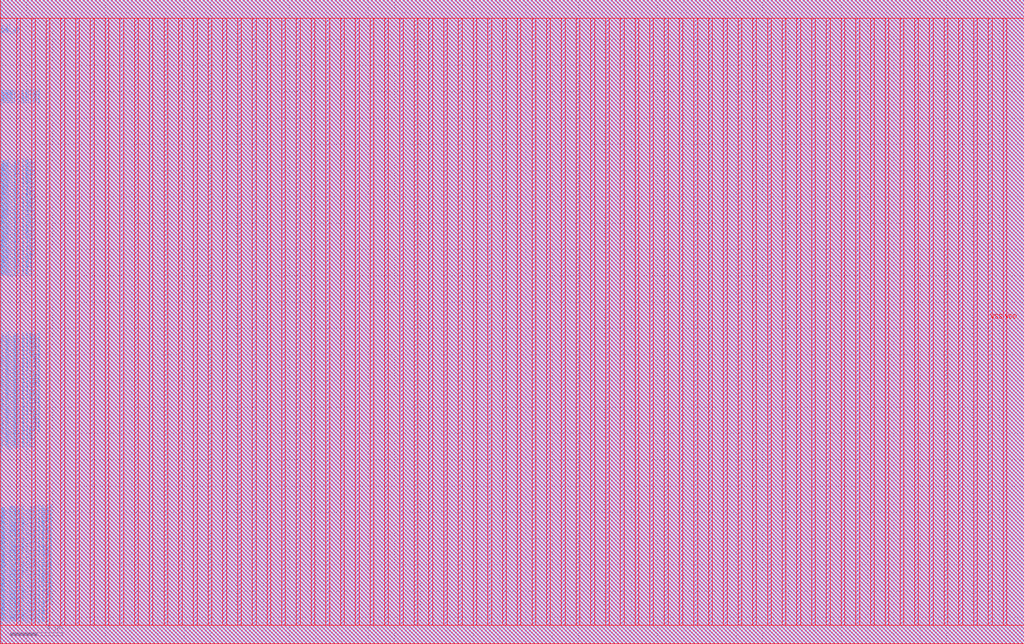
<source format=lef>
VERSION 5.7 ;
BUSBITCHARS "[]" ;
MACRO fakeram45_64x62
  FOREIGN fakeram45_64x62 0 0 ;
  SYMMETRY X Y R90 ;
  SIZE 77.900 BY 49.000 ;
  CLASS BLOCK ;
  PIN w_mask_in[0]
    DIRECTION INPUT ;
    USE SIGNAL ;
    SHAPE ABUTMENT ;
    PORT
      LAYER metal3 ;
      RECT 0.000 1.400 0.070 1.470 ;
    END
  END w_mask_in[0]
  PIN w_mask_in[1]
    DIRECTION INPUT ;
    USE SIGNAL ;
    SHAPE ABUTMENT ;
    PORT
      LAYER metal3 ;
      RECT 0.000 1.540 0.070 1.610 ;
    END
  END w_mask_in[1]
  PIN w_mask_in[2]
    DIRECTION INPUT ;
    USE SIGNAL ;
    SHAPE ABUTMENT ;
    PORT
      LAYER metal3 ;
      RECT 0.000 1.680 0.070 1.750 ;
    END
  END w_mask_in[2]
  PIN w_mask_in[3]
    DIRECTION INPUT ;
    USE SIGNAL ;
    SHAPE ABUTMENT ;
    PORT
      LAYER metal3 ;
      RECT 0.000 1.820 0.070 1.890 ;
    END
  END w_mask_in[3]
  PIN w_mask_in[4]
    DIRECTION INPUT ;
    USE SIGNAL ;
    SHAPE ABUTMENT ;
    PORT
      LAYER metal3 ;
      RECT 0.000 1.960 0.070 2.030 ;
    END
  END w_mask_in[4]
  PIN w_mask_in[5]
    DIRECTION INPUT ;
    USE SIGNAL ;
    SHAPE ABUTMENT ;
    PORT
      LAYER metal3 ;
      RECT 0.000 2.100 0.070 2.170 ;
    END
  END w_mask_in[5]
  PIN w_mask_in[6]
    DIRECTION INPUT ;
    USE SIGNAL ;
    SHAPE ABUTMENT ;
    PORT
      LAYER metal3 ;
      RECT 0.000 2.240 0.070 2.310 ;
    END
  END w_mask_in[6]
  PIN w_mask_in[7]
    DIRECTION INPUT ;
    USE SIGNAL ;
    SHAPE ABUTMENT ;
    PORT
      LAYER metal3 ;
      RECT 0.000 2.380 0.070 2.450 ;
    END
  END w_mask_in[7]
  PIN w_mask_in[8]
    DIRECTION INPUT ;
    USE SIGNAL ;
    SHAPE ABUTMENT ;
    PORT
      LAYER metal3 ;
      RECT 0.000 2.520 0.070 2.590 ;
    END
  END w_mask_in[8]
  PIN w_mask_in[9]
    DIRECTION INPUT ;
    USE SIGNAL ;
    SHAPE ABUTMENT ;
    PORT
      LAYER metal3 ;
      RECT 0.000 2.660 0.070 2.730 ;
    END
  END w_mask_in[9]
  PIN w_mask_in[10]
    DIRECTION INPUT ;
    USE SIGNAL ;
    SHAPE ABUTMENT ;
    PORT
      LAYER metal3 ;
      RECT 0.000 2.800 0.070 2.870 ;
    END
  END w_mask_in[10]
  PIN w_mask_in[11]
    DIRECTION INPUT ;
    USE SIGNAL ;
    SHAPE ABUTMENT ;
    PORT
      LAYER metal3 ;
      RECT 0.000 2.940 0.070 3.010 ;
    END
  END w_mask_in[11]
  PIN w_mask_in[12]
    DIRECTION INPUT ;
    USE SIGNAL ;
    SHAPE ABUTMENT ;
    PORT
      LAYER metal3 ;
      RECT 0.000 3.080 0.070 3.150 ;
    END
  END w_mask_in[12]
  PIN w_mask_in[13]
    DIRECTION INPUT ;
    USE SIGNAL ;
    SHAPE ABUTMENT ;
    PORT
      LAYER metal3 ;
      RECT 0.000 3.220 0.070 3.290 ;
    END
  END w_mask_in[13]
  PIN w_mask_in[14]
    DIRECTION INPUT ;
    USE SIGNAL ;
    SHAPE ABUTMENT ;
    PORT
      LAYER metal3 ;
      RECT 0.000 3.360 0.070 3.430 ;
    END
  END w_mask_in[14]
  PIN w_mask_in[15]
    DIRECTION INPUT ;
    USE SIGNAL ;
    SHAPE ABUTMENT ;
    PORT
      LAYER metal3 ;
      RECT 0.000 3.500 0.070 3.570 ;
    END
  END w_mask_in[15]
  PIN w_mask_in[16]
    DIRECTION INPUT ;
    USE SIGNAL ;
    SHAPE ABUTMENT ;
    PORT
      LAYER metal3 ;
      RECT 0.000 3.640 0.070 3.710 ;
    END
  END w_mask_in[16]
  PIN w_mask_in[17]
    DIRECTION INPUT ;
    USE SIGNAL ;
    SHAPE ABUTMENT ;
    PORT
      LAYER metal3 ;
      RECT 0.000 3.780 0.070 3.850 ;
    END
  END w_mask_in[17]
  PIN w_mask_in[18]
    DIRECTION INPUT ;
    USE SIGNAL ;
    SHAPE ABUTMENT ;
    PORT
      LAYER metal3 ;
      RECT 0.000 3.920 0.070 3.990 ;
    END
  END w_mask_in[18]
  PIN w_mask_in[19]
    DIRECTION INPUT ;
    USE SIGNAL ;
    SHAPE ABUTMENT ;
    PORT
      LAYER metal3 ;
      RECT 0.000 4.060 0.070 4.130 ;
    END
  END w_mask_in[19]
  PIN w_mask_in[20]
    DIRECTION INPUT ;
    USE SIGNAL ;
    SHAPE ABUTMENT ;
    PORT
      LAYER metal3 ;
      RECT 0.000 4.200 0.070 4.270 ;
    END
  END w_mask_in[20]
  PIN w_mask_in[21]
    DIRECTION INPUT ;
    USE SIGNAL ;
    SHAPE ABUTMENT ;
    PORT
      LAYER metal3 ;
      RECT 0.000 4.340 0.070 4.410 ;
    END
  END w_mask_in[21]
  PIN w_mask_in[22]
    DIRECTION INPUT ;
    USE SIGNAL ;
    SHAPE ABUTMENT ;
    PORT
      LAYER metal3 ;
      RECT 0.000 4.480 0.070 4.550 ;
    END
  END w_mask_in[22]
  PIN w_mask_in[23]
    DIRECTION INPUT ;
    USE SIGNAL ;
    SHAPE ABUTMENT ;
    PORT
      LAYER metal3 ;
      RECT 0.000 4.620 0.070 4.690 ;
    END
  END w_mask_in[23]
  PIN w_mask_in[24]
    DIRECTION INPUT ;
    USE SIGNAL ;
    SHAPE ABUTMENT ;
    PORT
      LAYER metal3 ;
      RECT 0.000 4.760 0.070 4.830 ;
    END
  END w_mask_in[24]
  PIN w_mask_in[25]
    DIRECTION INPUT ;
    USE SIGNAL ;
    SHAPE ABUTMENT ;
    PORT
      LAYER metal3 ;
      RECT 0.000 4.900 0.070 4.970 ;
    END
  END w_mask_in[25]
  PIN w_mask_in[26]
    DIRECTION INPUT ;
    USE SIGNAL ;
    SHAPE ABUTMENT ;
    PORT
      LAYER metal3 ;
      RECT 0.000 5.040 0.070 5.110 ;
    END
  END w_mask_in[26]
  PIN w_mask_in[27]
    DIRECTION INPUT ;
    USE SIGNAL ;
    SHAPE ABUTMENT ;
    PORT
      LAYER metal3 ;
      RECT 0.000 5.180 0.070 5.250 ;
    END
  END w_mask_in[27]
  PIN w_mask_in[28]
    DIRECTION INPUT ;
    USE SIGNAL ;
    SHAPE ABUTMENT ;
    PORT
      LAYER metal3 ;
      RECT 0.000 5.320 0.070 5.390 ;
    END
  END w_mask_in[28]
  PIN w_mask_in[29]
    DIRECTION INPUT ;
    USE SIGNAL ;
    SHAPE ABUTMENT ;
    PORT
      LAYER metal3 ;
      RECT 0.000 5.460 0.070 5.530 ;
    END
  END w_mask_in[29]
  PIN w_mask_in[30]
    DIRECTION INPUT ;
    USE SIGNAL ;
    SHAPE ABUTMENT ;
    PORT
      LAYER metal3 ;
      RECT 0.000 5.600 0.070 5.670 ;
    END
  END w_mask_in[30]
  PIN w_mask_in[31]
    DIRECTION INPUT ;
    USE SIGNAL ;
    SHAPE ABUTMENT ;
    PORT
      LAYER metal3 ;
      RECT 0.000 5.740 0.070 5.810 ;
    END
  END w_mask_in[31]
  PIN w_mask_in[32]
    DIRECTION INPUT ;
    USE SIGNAL ;
    SHAPE ABUTMENT ;
    PORT
      LAYER metal3 ;
      RECT 0.000 5.880 0.070 5.950 ;
    END
  END w_mask_in[32]
  PIN w_mask_in[33]
    DIRECTION INPUT ;
    USE SIGNAL ;
    SHAPE ABUTMENT ;
    PORT
      LAYER metal3 ;
      RECT 0.000 6.020 0.070 6.090 ;
    END
  END w_mask_in[33]
  PIN w_mask_in[34]
    DIRECTION INPUT ;
    USE SIGNAL ;
    SHAPE ABUTMENT ;
    PORT
      LAYER metal3 ;
      RECT 0.000 6.160 0.070 6.230 ;
    END
  END w_mask_in[34]
  PIN w_mask_in[35]
    DIRECTION INPUT ;
    USE SIGNAL ;
    SHAPE ABUTMENT ;
    PORT
      LAYER metal3 ;
      RECT 0.000 6.300 0.070 6.370 ;
    END
  END w_mask_in[35]
  PIN w_mask_in[36]
    DIRECTION INPUT ;
    USE SIGNAL ;
    SHAPE ABUTMENT ;
    PORT
      LAYER metal3 ;
      RECT 0.000 6.440 0.070 6.510 ;
    END
  END w_mask_in[36]
  PIN w_mask_in[37]
    DIRECTION INPUT ;
    USE SIGNAL ;
    SHAPE ABUTMENT ;
    PORT
      LAYER metal3 ;
      RECT 0.000 6.580 0.070 6.650 ;
    END
  END w_mask_in[37]
  PIN w_mask_in[38]
    DIRECTION INPUT ;
    USE SIGNAL ;
    SHAPE ABUTMENT ;
    PORT
      LAYER metal3 ;
      RECT 0.000 6.720 0.070 6.790 ;
    END
  END w_mask_in[38]
  PIN w_mask_in[39]
    DIRECTION INPUT ;
    USE SIGNAL ;
    SHAPE ABUTMENT ;
    PORT
      LAYER metal3 ;
      RECT 0.000 6.860 0.070 6.930 ;
    END
  END w_mask_in[39]
  PIN w_mask_in[40]
    DIRECTION INPUT ;
    USE SIGNAL ;
    SHAPE ABUTMENT ;
    PORT
      LAYER metal3 ;
      RECT 0.000 7.000 0.070 7.070 ;
    END
  END w_mask_in[40]
  PIN w_mask_in[41]
    DIRECTION INPUT ;
    USE SIGNAL ;
    SHAPE ABUTMENT ;
    PORT
      LAYER metal3 ;
      RECT 0.000 7.140 0.070 7.210 ;
    END
  END w_mask_in[41]
  PIN w_mask_in[42]
    DIRECTION INPUT ;
    USE SIGNAL ;
    SHAPE ABUTMENT ;
    PORT
      LAYER metal3 ;
      RECT 0.000 7.280 0.070 7.350 ;
    END
  END w_mask_in[42]
  PIN w_mask_in[43]
    DIRECTION INPUT ;
    USE SIGNAL ;
    SHAPE ABUTMENT ;
    PORT
      LAYER metal3 ;
      RECT 0.000 7.420 0.070 7.490 ;
    END
  END w_mask_in[43]
  PIN w_mask_in[44]
    DIRECTION INPUT ;
    USE SIGNAL ;
    SHAPE ABUTMENT ;
    PORT
      LAYER metal3 ;
      RECT 0.000 7.560 0.070 7.630 ;
    END
  END w_mask_in[44]
  PIN w_mask_in[45]
    DIRECTION INPUT ;
    USE SIGNAL ;
    SHAPE ABUTMENT ;
    PORT
      LAYER metal3 ;
      RECT 0.000 7.700 0.070 7.770 ;
    END
  END w_mask_in[45]
  PIN w_mask_in[46]
    DIRECTION INPUT ;
    USE SIGNAL ;
    SHAPE ABUTMENT ;
    PORT
      LAYER metal3 ;
      RECT 0.000 7.840 0.070 7.910 ;
    END
  END w_mask_in[46]
  PIN w_mask_in[47]
    DIRECTION INPUT ;
    USE SIGNAL ;
    SHAPE ABUTMENT ;
    PORT
      LAYER metal3 ;
      RECT 0.000 7.980 0.070 8.050 ;
    END
  END w_mask_in[47]
  PIN w_mask_in[48]
    DIRECTION INPUT ;
    USE SIGNAL ;
    SHAPE ABUTMENT ;
    PORT
      LAYER metal3 ;
      RECT 0.000 8.120 0.070 8.190 ;
    END
  END w_mask_in[48]
  PIN w_mask_in[49]
    DIRECTION INPUT ;
    USE SIGNAL ;
    SHAPE ABUTMENT ;
    PORT
      LAYER metal3 ;
      RECT 0.000 8.260 0.070 8.330 ;
    END
  END w_mask_in[49]
  PIN w_mask_in[50]
    DIRECTION INPUT ;
    USE SIGNAL ;
    SHAPE ABUTMENT ;
    PORT
      LAYER metal3 ;
      RECT 0.000 8.400 0.070 8.470 ;
    END
  END w_mask_in[50]
  PIN w_mask_in[51]
    DIRECTION INPUT ;
    USE SIGNAL ;
    SHAPE ABUTMENT ;
    PORT
      LAYER metal3 ;
      RECT 0.000 8.540 0.070 8.610 ;
    END
  END w_mask_in[51]
  PIN w_mask_in[52]
    DIRECTION INPUT ;
    USE SIGNAL ;
    SHAPE ABUTMENT ;
    PORT
      LAYER metal3 ;
      RECT 0.000 8.680 0.070 8.750 ;
    END
  END w_mask_in[52]
  PIN w_mask_in[53]
    DIRECTION INPUT ;
    USE SIGNAL ;
    SHAPE ABUTMENT ;
    PORT
      LAYER metal3 ;
      RECT 0.000 8.820 0.070 8.890 ;
    END
  END w_mask_in[53]
  PIN w_mask_in[54]
    DIRECTION INPUT ;
    USE SIGNAL ;
    SHAPE ABUTMENT ;
    PORT
      LAYER metal3 ;
      RECT 0.000 8.960 0.070 9.030 ;
    END
  END w_mask_in[54]
  PIN w_mask_in[55]
    DIRECTION INPUT ;
    USE SIGNAL ;
    SHAPE ABUTMENT ;
    PORT
      LAYER metal3 ;
      RECT 0.000 9.100 0.070 9.170 ;
    END
  END w_mask_in[55]
  PIN w_mask_in[56]
    DIRECTION INPUT ;
    USE SIGNAL ;
    SHAPE ABUTMENT ;
    PORT
      LAYER metal3 ;
      RECT 0.000 9.240 0.070 9.310 ;
    END
  END w_mask_in[56]
  PIN w_mask_in[57]
    DIRECTION INPUT ;
    USE SIGNAL ;
    SHAPE ABUTMENT ;
    PORT
      LAYER metal3 ;
      RECT 0.000 9.380 0.070 9.450 ;
    END
  END w_mask_in[57]
  PIN w_mask_in[58]
    DIRECTION INPUT ;
    USE SIGNAL ;
    SHAPE ABUTMENT ;
    PORT
      LAYER metal3 ;
      RECT 0.000 9.520 0.070 9.590 ;
    END
  END w_mask_in[58]
  PIN w_mask_in[59]
    DIRECTION INPUT ;
    USE SIGNAL ;
    SHAPE ABUTMENT ;
    PORT
      LAYER metal3 ;
      RECT 0.000 9.660 0.070 9.730 ;
    END
  END w_mask_in[59]
  PIN w_mask_in[60]
    DIRECTION INPUT ;
    USE SIGNAL ;
    SHAPE ABUTMENT ;
    PORT
      LAYER metal3 ;
      RECT 0.000 9.800 0.070 9.870 ;
    END
  END w_mask_in[60]
  PIN w_mask_in[61]
    DIRECTION INPUT ;
    USE SIGNAL ;
    SHAPE ABUTMENT ;
    PORT
      LAYER metal3 ;
      RECT 0.000 9.940 0.070 10.010 ;
    END
  END w_mask_in[61]
  PIN rd_out[0]
    DIRECTION OUTPUT ;
    USE SIGNAL ;
    SHAPE ABUTMENT ;
    PORT
      LAYER metal3 ;
      RECT 0.000 14.560 0.070 14.630 ;
    END
  END rd_out[0]
  PIN rd_out[1]
    DIRECTION OUTPUT ;
    USE SIGNAL ;
    SHAPE ABUTMENT ;
    PORT
      LAYER metal3 ;
      RECT 0.000 14.700 0.070 14.770 ;
    END
  END rd_out[1]
  PIN rd_out[2]
    DIRECTION OUTPUT ;
    USE SIGNAL ;
    SHAPE ABUTMENT ;
    PORT
      LAYER metal3 ;
      RECT 0.000 14.840 0.070 14.910 ;
    END
  END rd_out[2]
  PIN rd_out[3]
    DIRECTION OUTPUT ;
    USE SIGNAL ;
    SHAPE ABUTMENT ;
    PORT
      LAYER metal3 ;
      RECT 0.000 14.980 0.070 15.050 ;
    END
  END rd_out[3]
  PIN rd_out[4]
    DIRECTION OUTPUT ;
    USE SIGNAL ;
    SHAPE ABUTMENT ;
    PORT
      LAYER metal3 ;
      RECT 0.000 15.120 0.070 15.190 ;
    END
  END rd_out[4]
  PIN rd_out[5]
    DIRECTION OUTPUT ;
    USE SIGNAL ;
    SHAPE ABUTMENT ;
    PORT
      LAYER metal3 ;
      RECT 0.000 15.260 0.070 15.330 ;
    END
  END rd_out[5]
  PIN rd_out[6]
    DIRECTION OUTPUT ;
    USE SIGNAL ;
    SHAPE ABUTMENT ;
    PORT
      LAYER metal3 ;
      RECT 0.000 15.400 0.070 15.470 ;
    END
  END rd_out[6]
  PIN rd_out[7]
    DIRECTION OUTPUT ;
    USE SIGNAL ;
    SHAPE ABUTMENT ;
    PORT
      LAYER metal3 ;
      RECT 0.000 15.540 0.070 15.610 ;
    END
  END rd_out[7]
  PIN rd_out[8]
    DIRECTION OUTPUT ;
    USE SIGNAL ;
    SHAPE ABUTMENT ;
    PORT
      LAYER metal3 ;
      RECT 0.000 15.680 0.070 15.750 ;
    END
  END rd_out[8]
  PIN rd_out[9]
    DIRECTION OUTPUT ;
    USE SIGNAL ;
    SHAPE ABUTMENT ;
    PORT
      LAYER metal3 ;
      RECT 0.000 15.820 0.070 15.890 ;
    END
  END rd_out[9]
  PIN rd_out[10]
    DIRECTION OUTPUT ;
    USE SIGNAL ;
    SHAPE ABUTMENT ;
    PORT
      LAYER metal3 ;
      RECT 0.000 15.960 0.070 16.030 ;
    END
  END rd_out[10]
  PIN rd_out[11]
    DIRECTION OUTPUT ;
    USE SIGNAL ;
    SHAPE ABUTMENT ;
    PORT
      LAYER metal3 ;
      RECT 0.000 16.100 0.070 16.170 ;
    END
  END rd_out[11]
  PIN rd_out[12]
    DIRECTION OUTPUT ;
    USE SIGNAL ;
    SHAPE ABUTMENT ;
    PORT
      LAYER metal3 ;
      RECT 0.000 16.240 0.070 16.310 ;
    END
  END rd_out[12]
  PIN rd_out[13]
    DIRECTION OUTPUT ;
    USE SIGNAL ;
    SHAPE ABUTMENT ;
    PORT
      LAYER metal3 ;
      RECT 0.000 16.380 0.070 16.450 ;
    END
  END rd_out[13]
  PIN rd_out[14]
    DIRECTION OUTPUT ;
    USE SIGNAL ;
    SHAPE ABUTMENT ;
    PORT
      LAYER metal3 ;
      RECT 0.000 16.520 0.070 16.590 ;
    END
  END rd_out[14]
  PIN rd_out[15]
    DIRECTION OUTPUT ;
    USE SIGNAL ;
    SHAPE ABUTMENT ;
    PORT
      LAYER metal3 ;
      RECT 0.000 16.660 0.070 16.730 ;
    END
  END rd_out[15]
  PIN rd_out[16]
    DIRECTION OUTPUT ;
    USE SIGNAL ;
    SHAPE ABUTMENT ;
    PORT
      LAYER metal3 ;
      RECT 0.000 16.800 0.070 16.870 ;
    END
  END rd_out[16]
  PIN rd_out[17]
    DIRECTION OUTPUT ;
    USE SIGNAL ;
    SHAPE ABUTMENT ;
    PORT
      LAYER metal3 ;
      RECT 0.000 16.940 0.070 17.010 ;
    END
  END rd_out[17]
  PIN rd_out[18]
    DIRECTION OUTPUT ;
    USE SIGNAL ;
    SHAPE ABUTMENT ;
    PORT
      LAYER metal3 ;
      RECT 0.000 17.080 0.070 17.150 ;
    END
  END rd_out[18]
  PIN rd_out[19]
    DIRECTION OUTPUT ;
    USE SIGNAL ;
    SHAPE ABUTMENT ;
    PORT
      LAYER metal3 ;
      RECT 0.000 17.220 0.070 17.290 ;
    END
  END rd_out[19]
  PIN rd_out[20]
    DIRECTION OUTPUT ;
    USE SIGNAL ;
    SHAPE ABUTMENT ;
    PORT
      LAYER metal3 ;
      RECT 0.000 17.360 0.070 17.430 ;
    END
  END rd_out[20]
  PIN rd_out[21]
    DIRECTION OUTPUT ;
    USE SIGNAL ;
    SHAPE ABUTMENT ;
    PORT
      LAYER metal3 ;
      RECT 0.000 17.500 0.070 17.570 ;
    END
  END rd_out[21]
  PIN rd_out[22]
    DIRECTION OUTPUT ;
    USE SIGNAL ;
    SHAPE ABUTMENT ;
    PORT
      LAYER metal3 ;
      RECT 0.000 17.640 0.070 17.710 ;
    END
  END rd_out[22]
  PIN rd_out[23]
    DIRECTION OUTPUT ;
    USE SIGNAL ;
    SHAPE ABUTMENT ;
    PORT
      LAYER metal3 ;
      RECT 0.000 17.780 0.070 17.850 ;
    END
  END rd_out[23]
  PIN rd_out[24]
    DIRECTION OUTPUT ;
    USE SIGNAL ;
    SHAPE ABUTMENT ;
    PORT
      LAYER metal3 ;
      RECT 0.000 17.920 0.070 17.990 ;
    END
  END rd_out[24]
  PIN rd_out[25]
    DIRECTION OUTPUT ;
    USE SIGNAL ;
    SHAPE ABUTMENT ;
    PORT
      LAYER metal3 ;
      RECT 0.000 18.060 0.070 18.130 ;
    END
  END rd_out[25]
  PIN rd_out[26]
    DIRECTION OUTPUT ;
    USE SIGNAL ;
    SHAPE ABUTMENT ;
    PORT
      LAYER metal3 ;
      RECT 0.000 18.200 0.070 18.270 ;
    END
  END rd_out[26]
  PIN rd_out[27]
    DIRECTION OUTPUT ;
    USE SIGNAL ;
    SHAPE ABUTMENT ;
    PORT
      LAYER metal3 ;
      RECT 0.000 18.340 0.070 18.410 ;
    END
  END rd_out[27]
  PIN rd_out[28]
    DIRECTION OUTPUT ;
    USE SIGNAL ;
    SHAPE ABUTMENT ;
    PORT
      LAYER metal3 ;
      RECT 0.000 18.480 0.070 18.550 ;
    END
  END rd_out[28]
  PIN rd_out[29]
    DIRECTION OUTPUT ;
    USE SIGNAL ;
    SHAPE ABUTMENT ;
    PORT
      LAYER metal3 ;
      RECT 0.000 18.620 0.070 18.690 ;
    END
  END rd_out[29]
  PIN rd_out[30]
    DIRECTION OUTPUT ;
    USE SIGNAL ;
    SHAPE ABUTMENT ;
    PORT
      LAYER metal3 ;
      RECT 0.000 18.760 0.070 18.830 ;
    END
  END rd_out[30]
  PIN rd_out[31]
    DIRECTION OUTPUT ;
    USE SIGNAL ;
    SHAPE ABUTMENT ;
    PORT
      LAYER metal3 ;
      RECT 0.000 18.900 0.070 18.970 ;
    END
  END rd_out[31]
  PIN rd_out[32]
    DIRECTION OUTPUT ;
    USE SIGNAL ;
    SHAPE ABUTMENT ;
    PORT
      LAYER metal3 ;
      RECT 0.000 19.040 0.070 19.110 ;
    END
  END rd_out[32]
  PIN rd_out[33]
    DIRECTION OUTPUT ;
    USE SIGNAL ;
    SHAPE ABUTMENT ;
    PORT
      LAYER metal3 ;
      RECT 0.000 19.180 0.070 19.250 ;
    END
  END rd_out[33]
  PIN rd_out[34]
    DIRECTION OUTPUT ;
    USE SIGNAL ;
    SHAPE ABUTMENT ;
    PORT
      LAYER metal3 ;
      RECT 0.000 19.320 0.070 19.390 ;
    END
  END rd_out[34]
  PIN rd_out[35]
    DIRECTION OUTPUT ;
    USE SIGNAL ;
    SHAPE ABUTMENT ;
    PORT
      LAYER metal3 ;
      RECT 0.000 19.460 0.070 19.530 ;
    END
  END rd_out[35]
  PIN rd_out[36]
    DIRECTION OUTPUT ;
    USE SIGNAL ;
    SHAPE ABUTMENT ;
    PORT
      LAYER metal3 ;
      RECT 0.000 19.600 0.070 19.670 ;
    END
  END rd_out[36]
  PIN rd_out[37]
    DIRECTION OUTPUT ;
    USE SIGNAL ;
    SHAPE ABUTMENT ;
    PORT
      LAYER metal3 ;
      RECT 0.000 19.740 0.070 19.810 ;
    END
  END rd_out[37]
  PIN rd_out[38]
    DIRECTION OUTPUT ;
    USE SIGNAL ;
    SHAPE ABUTMENT ;
    PORT
      LAYER metal3 ;
      RECT 0.000 19.880 0.070 19.950 ;
    END
  END rd_out[38]
  PIN rd_out[39]
    DIRECTION OUTPUT ;
    USE SIGNAL ;
    SHAPE ABUTMENT ;
    PORT
      LAYER metal3 ;
      RECT 0.000 20.020 0.070 20.090 ;
    END
  END rd_out[39]
  PIN rd_out[40]
    DIRECTION OUTPUT ;
    USE SIGNAL ;
    SHAPE ABUTMENT ;
    PORT
      LAYER metal3 ;
      RECT 0.000 20.160 0.070 20.230 ;
    END
  END rd_out[40]
  PIN rd_out[41]
    DIRECTION OUTPUT ;
    USE SIGNAL ;
    SHAPE ABUTMENT ;
    PORT
      LAYER metal3 ;
      RECT 0.000 20.300 0.070 20.370 ;
    END
  END rd_out[41]
  PIN rd_out[42]
    DIRECTION OUTPUT ;
    USE SIGNAL ;
    SHAPE ABUTMENT ;
    PORT
      LAYER metal3 ;
      RECT 0.000 20.440 0.070 20.510 ;
    END
  END rd_out[42]
  PIN rd_out[43]
    DIRECTION OUTPUT ;
    USE SIGNAL ;
    SHAPE ABUTMENT ;
    PORT
      LAYER metal3 ;
      RECT 0.000 20.580 0.070 20.650 ;
    END
  END rd_out[43]
  PIN rd_out[44]
    DIRECTION OUTPUT ;
    USE SIGNAL ;
    SHAPE ABUTMENT ;
    PORT
      LAYER metal3 ;
      RECT 0.000 20.720 0.070 20.790 ;
    END
  END rd_out[44]
  PIN rd_out[45]
    DIRECTION OUTPUT ;
    USE SIGNAL ;
    SHAPE ABUTMENT ;
    PORT
      LAYER metal3 ;
      RECT 0.000 20.860 0.070 20.930 ;
    END
  END rd_out[45]
  PIN rd_out[46]
    DIRECTION OUTPUT ;
    USE SIGNAL ;
    SHAPE ABUTMENT ;
    PORT
      LAYER metal3 ;
      RECT 0.000 21.000 0.070 21.070 ;
    END
  END rd_out[46]
  PIN rd_out[47]
    DIRECTION OUTPUT ;
    USE SIGNAL ;
    SHAPE ABUTMENT ;
    PORT
      LAYER metal3 ;
      RECT 0.000 21.140 0.070 21.210 ;
    END
  END rd_out[47]
  PIN rd_out[48]
    DIRECTION OUTPUT ;
    USE SIGNAL ;
    SHAPE ABUTMENT ;
    PORT
      LAYER metal3 ;
      RECT 0.000 21.280 0.070 21.350 ;
    END
  END rd_out[48]
  PIN rd_out[49]
    DIRECTION OUTPUT ;
    USE SIGNAL ;
    SHAPE ABUTMENT ;
    PORT
      LAYER metal3 ;
      RECT 0.000 21.420 0.070 21.490 ;
    END
  END rd_out[49]
  PIN rd_out[50]
    DIRECTION OUTPUT ;
    USE SIGNAL ;
    SHAPE ABUTMENT ;
    PORT
      LAYER metal3 ;
      RECT 0.000 21.560 0.070 21.630 ;
    END
  END rd_out[50]
  PIN rd_out[51]
    DIRECTION OUTPUT ;
    USE SIGNAL ;
    SHAPE ABUTMENT ;
    PORT
      LAYER metal3 ;
      RECT 0.000 21.700 0.070 21.770 ;
    END
  END rd_out[51]
  PIN rd_out[52]
    DIRECTION OUTPUT ;
    USE SIGNAL ;
    SHAPE ABUTMENT ;
    PORT
      LAYER metal3 ;
      RECT 0.000 21.840 0.070 21.910 ;
    END
  END rd_out[52]
  PIN rd_out[53]
    DIRECTION OUTPUT ;
    USE SIGNAL ;
    SHAPE ABUTMENT ;
    PORT
      LAYER metal3 ;
      RECT 0.000 21.980 0.070 22.050 ;
    END
  END rd_out[53]
  PIN rd_out[54]
    DIRECTION OUTPUT ;
    USE SIGNAL ;
    SHAPE ABUTMENT ;
    PORT
      LAYER metal3 ;
      RECT 0.000 22.120 0.070 22.190 ;
    END
  END rd_out[54]
  PIN rd_out[55]
    DIRECTION OUTPUT ;
    USE SIGNAL ;
    SHAPE ABUTMENT ;
    PORT
      LAYER metal3 ;
      RECT 0.000 22.260 0.070 22.330 ;
    END
  END rd_out[55]
  PIN rd_out[56]
    DIRECTION OUTPUT ;
    USE SIGNAL ;
    SHAPE ABUTMENT ;
    PORT
      LAYER metal3 ;
      RECT 0.000 22.400 0.070 22.470 ;
    END
  END rd_out[56]
  PIN rd_out[57]
    DIRECTION OUTPUT ;
    USE SIGNAL ;
    SHAPE ABUTMENT ;
    PORT
      LAYER metal3 ;
      RECT 0.000 22.540 0.070 22.610 ;
    END
  END rd_out[57]
  PIN rd_out[58]
    DIRECTION OUTPUT ;
    USE SIGNAL ;
    SHAPE ABUTMENT ;
    PORT
      LAYER metal3 ;
      RECT 0.000 22.680 0.070 22.750 ;
    END
  END rd_out[58]
  PIN rd_out[59]
    DIRECTION OUTPUT ;
    USE SIGNAL ;
    SHAPE ABUTMENT ;
    PORT
      LAYER metal3 ;
      RECT 0.000 22.820 0.070 22.890 ;
    END
  END rd_out[59]
  PIN rd_out[60]
    DIRECTION OUTPUT ;
    USE SIGNAL ;
    SHAPE ABUTMENT ;
    PORT
      LAYER metal3 ;
      RECT 0.000 22.960 0.070 23.030 ;
    END
  END rd_out[60]
  PIN rd_out[61]
    DIRECTION OUTPUT ;
    USE SIGNAL ;
    SHAPE ABUTMENT ;
    PORT
      LAYER metal3 ;
      RECT 0.000 23.100 0.070 23.170 ;
    END
  END rd_out[61]
  PIN wd_in[0]
    DIRECTION INPUT ;
    USE SIGNAL ;
    SHAPE ABUTMENT ;
    PORT
      LAYER metal3 ;
      RECT 0.000 27.720 0.070 27.790 ;
    END
  END wd_in[0]
  PIN wd_in[1]
    DIRECTION INPUT ;
    USE SIGNAL ;
    SHAPE ABUTMENT ;
    PORT
      LAYER metal3 ;
      RECT 0.000 27.860 0.070 27.930 ;
    END
  END wd_in[1]
  PIN wd_in[2]
    DIRECTION INPUT ;
    USE SIGNAL ;
    SHAPE ABUTMENT ;
    PORT
      LAYER metal3 ;
      RECT 0.000 28.000 0.070 28.070 ;
    END
  END wd_in[2]
  PIN wd_in[3]
    DIRECTION INPUT ;
    USE SIGNAL ;
    SHAPE ABUTMENT ;
    PORT
      LAYER metal3 ;
      RECT 0.000 28.140 0.070 28.210 ;
    END
  END wd_in[3]
  PIN wd_in[4]
    DIRECTION INPUT ;
    USE SIGNAL ;
    SHAPE ABUTMENT ;
    PORT
      LAYER metal3 ;
      RECT 0.000 28.280 0.070 28.350 ;
    END
  END wd_in[4]
  PIN wd_in[5]
    DIRECTION INPUT ;
    USE SIGNAL ;
    SHAPE ABUTMENT ;
    PORT
      LAYER metal3 ;
      RECT 0.000 28.420 0.070 28.490 ;
    END
  END wd_in[5]
  PIN wd_in[6]
    DIRECTION INPUT ;
    USE SIGNAL ;
    SHAPE ABUTMENT ;
    PORT
      LAYER metal3 ;
      RECT 0.000 28.560 0.070 28.630 ;
    END
  END wd_in[6]
  PIN wd_in[7]
    DIRECTION INPUT ;
    USE SIGNAL ;
    SHAPE ABUTMENT ;
    PORT
      LAYER metal3 ;
      RECT 0.000 28.700 0.070 28.770 ;
    END
  END wd_in[7]
  PIN wd_in[8]
    DIRECTION INPUT ;
    USE SIGNAL ;
    SHAPE ABUTMENT ;
    PORT
      LAYER metal3 ;
      RECT 0.000 28.840 0.070 28.910 ;
    END
  END wd_in[8]
  PIN wd_in[9]
    DIRECTION INPUT ;
    USE SIGNAL ;
    SHAPE ABUTMENT ;
    PORT
      LAYER metal3 ;
      RECT 0.000 28.980 0.070 29.050 ;
    END
  END wd_in[9]
  PIN wd_in[10]
    DIRECTION INPUT ;
    USE SIGNAL ;
    SHAPE ABUTMENT ;
    PORT
      LAYER metal3 ;
      RECT 0.000 29.120 0.070 29.190 ;
    END
  END wd_in[10]
  PIN wd_in[11]
    DIRECTION INPUT ;
    USE SIGNAL ;
    SHAPE ABUTMENT ;
    PORT
      LAYER metal3 ;
      RECT 0.000 29.260 0.070 29.330 ;
    END
  END wd_in[11]
  PIN wd_in[12]
    DIRECTION INPUT ;
    USE SIGNAL ;
    SHAPE ABUTMENT ;
    PORT
      LAYER metal3 ;
      RECT 0.000 29.400 0.070 29.470 ;
    END
  END wd_in[12]
  PIN wd_in[13]
    DIRECTION INPUT ;
    USE SIGNAL ;
    SHAPE ABUTMENT ;
    PORT
      LAYER metal3 ;
      RECT 0.000 29.540 0.070 29.610 ;
    END
  END wd_in[13]
  PIN wd_in[14]
    DIRECTION INPUT ;
    USE SIGNAL ;
    SHAPE ABUTMENT ;
    PORT
      LAYER metal3 ;
      RECT 0.000 29.680 0.070 29.750 ;
    END
  END wd_in[14]
  PIN wd_in[15]
    DIRECTION INPUT ;
    USE SIGNAL ;
    SHAPE ABUTMENT ;
    PORT
      LAYER metal3 ;
      RECT 0.000 29.820 0.070 29.890 ;
    END
  END wd_in[15]
  PIN wd_in[16]
    DIRECTION INPUT ;
    USE SIGNAL ;
    SHAPE ABUTMENT ;
    PORT
      LAYER metal3 ;
      RECT 0.000 29.960 0.070 30.030 ;
    END
  END wd_in[16]
  PIN wd_in[17]
    DIRECTION INPUT ;
    USE SIGNAL ;
    SHAPE ABUTMENT ;
    PORT
      LAYER metal3 ;
      RECT 0.000 30.100 0.070 30.170 ;
    END
  END wd_in[17]
  PIN wd_in[18]
    DIRECTION INPUT ;
    USE SIGNAL ;
    SHAPE ABUTMENT ;
    PORT
      LAYER metal3 ;
      RECT 0.000 30.240 0.070 30.310 ;
    END
  END wd_in[18]
  PIN wd_in[19]
    DIRECTION INPUT ;
    USE SIGNAL ;
    SHAPE ABUTMENT ;
    PORT
      LAYER metal3 ;
      RECT 0.000 30.380 0.070 30.450 ;
    END
  END wd_in[19]
  PIN wd_in[20]
    DIRECTION INPUT ;
    USE SIGNAL ;
    SHAPE ABUTMENT ;
    PORT
      LAYER metal3 ;
      RECT 0.000 30.520 0.070 30.590 ;
    END
  END wd_in[20]
  PIN wd_in[21]
    DIRECTION INPUT ;
    USE SIGNAL ;
    SHAPE ABUTMENT ;
    PORT
      LAYER metal3 ;
      RECT 0.000 30.660 0.070 30.730 ;
    END
  END wd_in[21]
  PIN wd_in[22]
    DIRECTION INPUT ;
    USE SIGNAL ;
    SHAPE ABUTMENT ;
    PORT
      LAYER metal3 ;
      RECT 0.000 30.800 0.070 30.870 ;
    END
  END wd_in[22]
  PIN wd_in[23]
    DIRECTION INPUT ;
    USE SIGNAL ;
    SHAPE ABUTMENT ;
    PORT
      LAYER metal3 ;
      RECT 0.000 30.940 0.070 31.010 ;
    END
  END wd_in[23]
  PIN wd_in[24]
    DIRECTION INPUT ;
    USE SIGNAL ;
    SHAPE ABUTMENT ;
    PORT
      LAYER metal3 ;
      RECT 0.000 31.080 0.070 31.150 ;
    END
  END wd_in[24]
  PIN wd_in[25]
    DIRECTION INPUT ;
    USE SIGNAL ;
    SHAPE ABUTMENT ;
    PORT
      LAYER metal3 ;
      RECT 0.000 31.220 0.070 31.290 ;
    END
  END wd_in[25]
  PIN wd_in[26]
    DIRECTION INPUT ;
    USE SIGNAL ;
    SHAPE ABUTMENT ;
    PORT
      LAYER metal3 ;
      RECT 0.000 31.360 0.070 31.430 ;
    END
  END wd_in[26]
  PIN wd_in[27]
    DIRECTION INPUT ;
    USE SIGNAL ;
    SHAPE ABUTMENT ;
    PORT
      LAYER metal3 ;
      RECT 0.000 31.500 0.070 31.570 ;
    END
  END wd_in[27]
  PIN wd_in[28]
    DIRECTION INPUT ;
    USE SIGNAL ;
    SHAPE ABUTMENT ;
    PORT
      LAYER metal3 ;
      RECT 0.000 31.640 0.070 31.710 ;
    END
  END wd_in[28]
  PIN wd_in[29]
    DIRECTION INPUT ;
    USE SIGNAL ;
    SHAPE ABUTMENT ;
    PORT
      LAYER metal3 ;
      RECT 0.000 31.780 0.070 31.850 ;
    END
  END wd_in[29]
  PIN wd_in[30]
    DIRECTION INPUT ;
    USE SIGNAL ;
    SHAPE ABUTMENT ;
    PORT
      LAYER metal3 ;
      RECT 0.000 31.920 0.070 31.990 ;
    END
  END wd_in[30]
  PIN wd_in[31]
    DIRECTION INPUT ;
    USE SIGNAL ;
    SHAPE ABUTMENT ;
    PORT
      LAYER metal3 ;
      RECT 0.000 32.060 0.070 32.130 ;
    END
  END wd_in[31]
  PIN wd_in[32]
    DIRECTION INPUT ;
    USE SIGNAL ;
    SHAPE ABUTMENT ;
    PORT
      LAYER metal3 ;
      RECT 0.000 32.200 0.070 32.270 ;
    END
  END wd_in[32]
  PIN wd_in[33]
    DIRECTION INPUT ;
    USE SIGNAL ;
    SHAPE ABUTMENT ;
    PORT
      LAYER metal3 ;
      RECT 0.000 32.340 0.070 32.410 ;
    END
  END wd_in[33]
  PIN wd_in[34]
    DIRECTION INPUT ;
    USE SIGNAL ;
    SHAPE ABUTMENT ;
    PORT
      LAYER metal3 ;
      RECT 0.000 32.480 0.070 32.550 ;
    END
  END wd_in[34]
  PIN wd_in[35]
    DIRECTION INPUT ;
    USE SIGNAL ;
    SHAPE ABUTMENT ;
    PORT
      LAYER metal3 ;
      RECT 0.000 32.620 0.070 32.690 ;
    END
  END wd_in[35]
  PIN wd_in[36]
    DIRECTION INPUT ;
    USE SIGNAL ;
    SHAPE ABUTMENT ;
    PORT
      LAYER metal3 ;
      RECT 0.000 32.760 0.070 32.830 ;
    END
  END wd_in[36]
  PIN wd_in[37]
    DIRECTION INPUT ;
    USE SIGNAL ;
    SHAPE ABUTMENT ;
    PORT
      LAYER metal3 ;
      RECT 0.000 32.900 0.070 32.970 ;
    END
  END wd_in[37]
  PIN wd_in[38]
    DIRECTION INPUT ;
    USE SIGNAL ;
    SHAPE ABUTMENT ;
    PORT
      LAYER metal3 ;
      RECT 0.000 33.040 0.070 33.110 ;
    END
  END wd_in[38]
  PIN wd_in[39]
    DIRECTION INPUT ;
    USE SIGNAL ;
    SHAPE ABUTMENT ;
    PORT
      LAYER metal3 ;
      RECT 0.000 33.180 0.070 33.250 ;
    END
  END wd_in[39]
  PIN wd_in[40]
    DIRECTION INPUT ;
    USE SIGNAL ;
    SHAPE ABUTMENT ;
    PORT
      LAYER metal3 ;
      RECT 0.000 33.320 0.070 33.390 ;
    END
  END wd_in[40]
  PIN wd_in[41]
    DIRECTION INPUT ;
    USE SIGNAL ;
    SHAPE ABUTMENT ;
    PORT
      LAYER metal3 ;
      RECT 0.000 33.460 0.070 33.530 ;
    END
  END wd_in[41]
  PIN wd_in[42]
    DIRECTION INPUT ;
    USE SIGNAL ;
    SHAPE ABUTMENT ;
    PORT
      LAYER metal3 ;
      RECT 0.000 33.600 0.070 33.670 ;
    END
  END wd_in[42]
  PIN wd_in[43]
    DIRECTION INPUT ;
    USE SIGNAL ;
    SHAPE ABUTMENT ;
    PORT
      LAYER metal3 ;
      RECT 0.000 33.740 0.070 33.810 ;
    END
  END wd_in[43]
  PIN wd_in[44]
    DIRECTION INPUT ;
    USE SIGNAL ;
    SHAPE ABUTMENT ;
    PORT
      LAYER metal3 ;
      RECT 0.000 33.880 0.070 33.950 ;
    END
  END wd_in[44]
  PIN wd_in[45]
    DIRECTION INPUT ;
    USE SIGNAL ;
    SHAPE ABUTMENT ;
    PORT
      LAYER metal3 ;
      RECT 0.000 34.020 0.070 34.090 ;
    END
  END wd_in[45]
  PIN wd_in[46]
    DIRECTION INPUT ;
    USE SIGNAL ;
    SHAPE ABUTMENT ;
    PORT
      LAYER metal3 ;
      RECT 0.000 34.160 0.070 34.230 ;
    END
  END wd_in[46]
  PIN wd_in[47]
    DIRECTION INPUT ;
    USE SIGNAL ;
    SHAPE ABUTMENT ;
    PORT
      LAYER metal3 ;
      RECT 0.000 34.300 0.070 34.370 ;
    END
  END wd_in[47]
  PIN wd_in[48]
    DIRECTION INPUT ;
    USE SIGNAL ;
    SHAPE ABUTMENT ;
    PORT
      LAYER metal3 ;
      RECT 0.000 34.440 0.070 34.510 ;
    END
  END wd_in[48]
  PIN wd_in[49]
    DIRECTION INPUT ;
    USE SIGNAL ;
    SHAPE ABUTMENT ;
    PORT
      LAYER metal3 ;
      RECT 0.000 34.580 0.070 34.650 ;
    END
  END wd_in[49]
  PIN wd_in[50]
    DIRECTION INPUT ;
    USE SIGNAL ;
    SHAPE ABUTMENT ;
    PORT
      LAYER metal3 ;
      RECT 0.000 34.720 0.070 34.790 ;
    END
  END wd_in[50]
  PIN wd_in[51]
    DIRECTION INPUT ;
    USE SIGNAL ;
    SHAPE ABUTMENT ;
    PORT
      LAYER metal3 ;
      RECT 0.000 34.860 0.070 34.930 ;
    END
  END wd_in[51]
  PIN wd_in[52]
    DIRECTION INPUT ;
    USE SIGNAL ;
    SHAPE ABUTMENT ;
    PORT
      LAYER metal3 ;
      RECT 0.000 35.000 0.070 35.070 ;
    END
  END wd_in[52]
  PIN wd_in[53]
    DIRECTION INPUT ;
    USE SIGNAL ;
    SHAPE ABUTMENT ;
    PORT
      LAYER metal3 ;
      RECT 0.000 35.140 0.070 35.210 ;
    END
  END wd_in[53]
  PIN wd_in[54]
    DIRECTION INPUT ;
    USE SIGNAL ;
    SHAPE ABUTMENT ;
    PORT
      LAYER metal3 ;
      RECT 0.000 35.280 0.070 35.350 ;
    END
  END wd_in[54]
  PIN wd_in[55]
    DIRECTION INPUT ;
    USE SIGNAL ;
    SHAPE ABUTMENT ;
    PORT
      LAYER metal3 ;
      RECT 0.000 35.420 0.070 35.490 ;
    END
  END wd_in[55]
  PIN wd_in[56]
    DIRECTION INPUT ;
    USE SIGNAL ;
    SHAPE ABUTMENT ;
    PORT
      LAYER metal3 ;
      RECT 0.000 35.560 0.070 35.630 ;
    END
  END wd_in[56]
  PIN wd_in[57]
    DIRECTION INPUT ;
    USE SIGNAL ;
    SHAPE ABUTMENT ;
    PORT
      LAYER metal3 ;
      RECT 0.000 35.700 0.070 35.770 ;
    END
  END wd_in[57]
  PIN wd_in[58]
    DIRECTION INPUT ;
    USE SIGNAL ;
    SHAPE ABUTMENT ;
    PORT
      LAYER metal3 ;
      RECT 0.000 35.840 0.070 35.910 ;
    END
  END wd_in[58]
  PIN wd_in[59]
    DIRECTION INPUT ;
    USE SIGNAL ;
    SHAPE ABUTMENT ;
    PORT
      LAYER metal3 ;
      RECT 0.000 35.980 0.070 36.050 ;
    END
  END wd_in[59]
  PIN wd_in[60]
    DIRECTION INPUT ;
    USE SIGNAL ;
    SHAPE ABUTMENT ;
    PORT
      LAYER metal3 ;
      RECT 0.000 36.120 0.070 36.190 ;
    END
  END wd_in[60]
  PIN wd_in[61]
    DIRECTION INPUT ;
    USE SIGNAL ;
    SHAPE ABUTMENT ;
    PORT
      LAYER metal3 ;
      RECT 0.000 36.260 0.070 36.330 ;
    END
  END wd_in[61]
  PIN addr_in[0]
    DIRECTION INPUT ;
    USE SIGNAL ;
    SHAPE ABUTMENT ;
    PORT
      LAYER metal3 ;
      RECT 0.000 40.880 0.070 40.950 ;
    END
  END addr_in[0]
  PIN addr_in[1]
    DIRECTION INPUT ;
    USE SIGNAL ;
    SHAPE ABUTMENT ;
    PORT
      LAYER metal3 ;
      RECT 0.000 41.020 0.070 41.090 ;
    END
  END addr_in[1]
  PIN addr_in[2]
    DIRECTION INPUT ;
    USE SIGNAL ;
    SHAPE ABUTMENT ;
    PORT
      LAYER metal3 ;
      RECT 0.000 41.160 0.070 41.230 ;
    END
  END addr_in[2]
  PIN addr_in[3]
    DIRECTION INPUT ;
    USE SIGNAL ;
    SHAPE ABUTMENT ;
    PORT
      LAYER metal3 ;
      RECT 0.000 41.300 0.070 41.370 ;
    END
  END addr_in[3]
  PIN addr_in[4]
    DIRECTION INPUT ;
    USE SIGNAL ;
    SHAPE ABUTMENT ;
    PORT
      LAYER metal3 ;
      RECT 0.000 41.440 0.070 41.510 ;
    END
  END addr_in[4]
  PIN addr_in[5]
    DIRECTION INPUT ;
    USE SIGNAL ;
    SHAPE ABUTMENT ;
    PORT
      LAYER metal3 ;
      RECT 0.000 41.580 0.070 41.650 ;
    END
  END addr_in[5]
  PIN we_in
    DIRECTION INPUT ;
    USE SIGNAL ;
    SHAPE ABUTMENT ;
    PORT
      LAYER metal3 ;
      RECT 0.000 46.200 0.070 46.270 ;
    END
  END we_in
  PIN ce_in
    DIRECTION INPUT ;
    USE SIGNAL ;
    SHAPE ABUTMENT ;
    PORT
      LAYER metal3 ;
      RECT 0.000 46.340 0.070 46.410 ;
    END
  END ce_in
  PIN clk
    DIRECTION INPUT ;
    USE SIGNAL ;
    SHAPE ABUTMENT ;
    PORT
      LAYER metal3 ;
      RECT 0.000 46.480 0.070 46.550 ;
    END
  END clk
  PIN VSS
    DIRECTION INOUT ;
    USE GROUND ;
    PORT
      LAYER metal4 ;
      RECT 1.260 1.400 1.540 47.600 ;
      RECT 3.500 1.400 3.780 47.600 ;
      RECT 5.740 1.400 6.020 47.600 ;
      RECT 7.980 1.400 8.260 47.600 ;
      RECT 10.220 1.400 10.500 47.600 ;
      RECT 12.460 1.400 12.740 47.600 ;
      RECT 14.700 1.400 14.980 47.600 ;
      RECT 16.940 1.400 17.220 47.600 ;
      RECT 19.180 1.400 19.460 47.600 ;
      RECT 21.420 1.400 21.700 47.600 ;
      RECT 23.660 1.400 23.940 47.600 ;
      RECT 25.900 1.400 26.180 47.600 ;
      RECT 28.140 1.400 28.420 47.600 ;
      RECT 30.380 1.400 30.660 47.600 ;
      RECT 32.620 1.400 32.900 47.600 ;
      RECT 34.860 1.400 35.140 47.600 ;
      RECT 37.100 1.400 37.380 47.600 ;
      RECT 39.340 1.400 39.620 47.600 ;
      RECT 41.580 1.400 41.860 47.600 ;
      RECT 43.820 1.400 44.100 47.600 ;
      RECT 46.060 1.400 46.340 47.600 ;
      RECT 48.300 1.400 48.580 47.600 ;
      RECT 50.540 1.400 50.820 47.600 ;
      RECT 52.780 1.400 53.060 47.600 ;
      RECT 55.020 1.400 55.300 47.600 ;
      RECT 57.260 1.400 57.540 47.600 ;
      RECT 59.500 1.400 59.780 47.600 ;
      RECT 61.740 1.400 62.020 47.600 ;
      RECT 63.980 1.400 64.260 47.600 ;
      RECT 66.220 1.400 66.500 47.600 ;
      RECT 68.460 1.400 68.740 47.600 ;
      RECT 70.700 1.400 70.980 47.600 ;
      RECT 72.940 1.400 73.220 47.600 ;
      RECT 75.180 1.400 75.460 47.600 ;
    END
  END VSS
  PIN VDD
    DIRECTION INOUT ;
    USE POWER ;
    PORT
      LAYER metal4 ;
      RECT 2.380 1.400 2.660 47.600 ;
      RECT 4.620 1.400 4.900 47.600 ;
      RECT 6.860 1.400 7.140 47.600 ;
      RECT 9.100 1.400 9.380 47.600 ;
      RECT 11.340 1.400 11.620 47.600 ;
      RECT 13.580 1.400 13.860 47.600 ;
      RECT 15.820 1.400 16.100 47.600 ;
      RECT 18.060 1.400 18.340 47.600 ;
      RECT 20.300 1.400 20.580 47.600 ;
      RECT 22.540 1.400 22.820 47.600 ;
      RECT 24.780 1.400 25.060 47.600 ;
      RECT 27.020 1.400 27.300 47.600 ;
      RECT 29.260 1.400 29.540 47.600 ;
      RECT 31.500 1.400 31.780 47.600 ;
      RECT 33.740 1.400 34.020 47.600 ;
      RECT 35.980 1.400 36.260 47.600 ;
      RECT 38.220 1.400 38.500 47.600 ;
      RECT 40.460 1.400 40.740 47.600 ;
      RECT 42.700 1.400 42.980 47.600 ;
      RECT 44.940 1.400 45.220 47.600 ;
      RECT 47.180 1.400 47.460 47.600 ;
      RECT 49.420 1.400 49.700 47.600 ;
      RECT 51.660 1.400 51.940 47.600 ;
      RECT 53.900 1.400 54.180 47.600 ;
      RECT 56.140 1.400 56.420 47.600 ;
      RECT 58.380 1.400 58.660 47.600 ;
      RECT 60.620 1.400 60.900 47.600 ;
      RECT 62.860 1.400 63.140 47.600 ;
      RECT 65.100 1.400 65.380 47.600 ;
      RECT 67.340 1.400 67.620 47.600 ;
      RECT 69.580 1.400 69.860 47.600 ;
      RECT 71.820 1.400 72.100 47.600 ;
      RECT 74.060 1.400 74.340 47.600 ;
      RECT 76.300 1.400 76.580 47.600 ;
    END
  END VDD
  OBS
    LAYER metal1 ;
    RECT 0 0 77.900 49.000 ;
    LAYER metal2 ;
    RECT 0 0 77.900 49.000 ;
    LAYER metal3 ;
    RECT 0.070 0 77.900 49.000 ;
    RECT 0 0.000 0.070 1.400 ;
    RECT 0 1.470 0.070 1.540 ;
    RECT 0 1.610 0.070 1.680 ;
    RECT 0 1.750 0.070 1.820 ;
    RECT 0 1.890 0.070 1.960 ;
    RECT 0 2.030 0.070 2.100 ;
    RECT 0 2.170 0.070 2.240 ;
    RECT 0 2.310 0.070 2.380 ;
    RECT 0 2.450 0.070 2.520 ;
    RECT 0 2.590 0.070 2.660 ;
    RECT 0 2.730 0.070 2.800 ;
    RECT 0 2.870 0.070 2.940 ;
    RECT 0 3.010 0.070 3.080 ;
    RECT 0 3.150 0.070 3.220 ;
    RECT 0 3.290 0.070 3.360 ;
    RECT 0 3.430 0.070 3.500 ;
    RECT 0 3.570 0.070 3.640 ;
    RECT 0 3.710 0.070 3.780 ;
    RECT 0 3.850 0.070 3.920 ;
    RECT 0 3.990 0.070 4.060 ;
    RECT 0 4.130 0.070 4.200 ;
    RECT 0 4.270 0.070 4.340 ;
    RECT 0 4.410 0.070 4.480 ;
    RECT 0 4.550 0.070 4.620 ;
    RECT 0 4.690 0.070 4.760 ;
    RECT 0 4.830 0.070 4.900 ;
    RECT 0 4.970 0.070 5.040 ;
    RECT 0 5.110 0.070 5.180 ;
    RECT 0 5.250 0.070 5.320 ;
    RECT 0 5.390 0.070 5.460 ;
    RECT 0 5.530 0.070 5.600 ;
    RECT 0 5.670 0.070 5.740 ;
    RECT 0 5.810 0.070 5.880 ;
    RECT 0 5.950 0.070 6.020 ;
    RECT 0 6.090 0.070 6.160 ;
    RECT 0 6.230 0.070 6.300 ;
    RECT 0 6.370 0.070 6.440 ;
    RECT 0 6.510 0.070 6.580 ;
    RECT 0 6.650 0.070 6.720 ;
    RECT 0 6.790 0.070 6.860 ;
    RECT 0 6.930 0.070 7.000 ;
    RECT 0 7.070 0.070 7.140 ;
    RECT 0 7.210 0.070 7.280 ;
    RECT 0 7.350 0.070 7.420 ;
    RECT 0 7.490 0.070 7.560 ;
    RECT 0 7.630 0.070 7.700 ;
    RECT 0 7.770 0.070 7.840 ;
    RECT 0 7.910 0.070 7.980 ;
    RECT 0 8.050 0.070 8.120 ;
    RECT 0 8.190 0.070 8.260 ;
    RECT 0 8.330 0.070 8.400 ;
    RECT 0 8.470 0.070 8.540 ;
    RECT 0 8.610 0.070 8.680 ;
    RECT 0 8.750 0.070 8.820 ;
    RECT 0 8.890 0.070 8.960 ;
    RECT 0 9.030 0.070 9.100 ;
    RECT 0 9.170 0.070 9.240 ;
    RECT 0 9.310 0.070 9.380 ;
    RECT 0 9.450 0.070 9.520 ;
    RECT 0 9.590 0.070 9.660 ;
    RECT 0 9.730 0.070 9.800 ;
    RECT 0 9.870 0.070 9.940 ;
    RECT 0 10.010 0.070 14.560 ;
    RECT 0 14.630 0.070 14.700 ;
    RECT 0 14.770 0.070 14.840 ;
    RECT 0 14.910 0.070 14.980 ;
    RECT 0 15.050 0.070 15.120 ;
    RECT 0 15.190 0.070 15.260 ;
    RECT 0 15.330 0.070 15.400 ;
    RECT 0 15.470 0.070 15.540 ;
    RECT 0 15.610 0.070 15.680 ;
    RECT 0 15.750 0.070 15.820 ;
    RECT 0 15.890 0.070 15.960 ;
    RECT 0 16.030 0.070 16.100 ;
    RECT 0 16.170 0.070 16.240 ;
    RECT 0 16.310 0.070 16.380 ;
    RECT 0 16.450 0.070 16.520 ;
    RECT 0 16.590 0.070 16.660 ;
    RECT 0 16.730 0.070 16.800 ;
    RECT 0 16.870 0.070 16.940 ;
    RECT 0 17.010 0.070 17.080 ;
    RECT 0 17.150 0.070 17.220 ;
    RECT 0 17.290 0.070 17.360 ;
    RECT 0 17.430 0.070 17.500 ;
    RECT 0 17.570 0.070 17.640 ;
    RECT 0 17.710 0.070 17.780 ;
    RECT 0 17.850 0.070 17.920 ;
    RECT 0 17.990 0.070 18.060 ;
    RECT 0 18.130 0.070 18.200 ;
    RECT 0 18.270 0.070 18.340 ;
    RECT 0 18.410 0.070 18.480 ;
    RECT 0 18.550 0.070 18.620 ;
    RECT 0 18.690 0.070 18.760 ;
    RECT 0 18.830 0.070 18.900 ;
    RECT 0 18.970 0.070 19.040 ;
    RECT 0 19.110 0.070 19.180 ;
    RECT 0 19.250 0.070 19.320 ;
    RECT 0 19.390 0.070 19.460 ;
    RECT 0 19.530 0.070 19.600 ;
    RECT 0 19.670 0.070 19.740 ;
    RECT 0 19.810 0.070 19.880 ;
    RECT 0 19.950 0.070 20.020 ;
    RECT 0 20.090 0.070 20.160 ;
    RECT 0 20.230 0.070 20.300 ;
    RECT 0 20.370 0.070 20.440 ;
    RECT 0 20.510 0.070 20.580 ;
    RECT 0 20.650 0.070 20.720 ;
    RECT 0 20.790 0.070 20.860 ;
    RECT 0 20.930 0.070 21.000 ;
    RECT 0 21.070 0.070 21.140 ;
    RECT 0 21.210 0.070 21.280 ;
    RECT 0 21.350 0.070 21.420 ;
    RECT 0 21.490 0.070 21.560 ;
    RECT 0 21.630 0.070 21.700 ;
    RECT 0 21.770 0.070 21.840 ;
    RECT 0 21.910 0.070 21.980 ;
    RECT 0 22.050 0.070 22.120 ;
    RECT 0 22.190 0.070 22.260 ;
    RECT 0 22.330 0.070 22.400 ;
    RECT 0 22.470 0.070 22.540 ;
    RECT 0 22.610 0.070 22.680 ;
    RECT 0 22.750 0.070 22.820 ;
    RECT 0 22.890 0.070 22.960 ;
    RECT 0 23.030 0.070 23.100 ;
    RECT 0 23.170 0.070 27.720 ;
    RECT 0 27.790 0.070 27.860 ;
    RECT 0 27.930 0.070 28.000 ;
    RECT 0 28.070 0.070 28.140 ;
    RECT 0 28.210 0.070 28.280 ;
    RECT 0 28.350 0.070 28.420 ;
    RECT 0 28.490 0.070 28.560 ;
    RECT 0 28.630 0.070 28.700 ;
    RECT 0 28.770 0.070 28.840 ;
    RECT 0 28.910 0.070 28.980 ;
    RECT 0 29.050 0.070 29.120 ;
    RECT 0 29.190 0.070 29.260 ;
    RECT 0 29.330 0.070 29.400 ;
    RECT 0 29.470 0.070 29.540 ;
    RECT 0 29.610 0.070 29.680 ;
    RECT 0 29.750 0.070 29.820 ;
    RECT 0 29.890 0.070 29.960 ;
    RECT 0 30.030 0.070 30.100 ;
    RECT 0 30.170 0.070 30.240 ;
    RECT 0 30.310 0.070 30.380 ;
    RECT 0 30.450 0.070 30.520 ;
    RECT 0 30.590 0.070 30.660 ;
    RECT 0 30.730 0.070 30.800 ;
    RECT 0 30.870 0.070 30.940 ;
    RECT 0 31.010 0.070 31.080 ;
    RECT 0 31.150 0.070 31.220 ;
    RECT 0 31.290 0.070 31.360 ;
    RECT 0 31.430 0.070 31.500 ;
    RECT 0 31.570 0.070 31.640 ;
    RECT 0 31.710 0.070 31.780 ;
    RECT 0 31.850 0.070 31.920 ;
    RECT 0 31.990 0.070 32.060 ;
    RECT 0 32.130 0.070 32.200 ;
    RECT 0 32.270 0.070 32.340 ;
    RECT 0 32.410 0.070 32.480 ;
    RECT 0 32.550 0.070 32.620 ;
    RECT 0 32.690 0.070 32.760 ;
    RECT 0 32.830 0.070 32.900 ;
    RECT 0 32.970 0.070 33.040 ;
    RECT 0 33.110 0.070 33.180 ;
    RECT 0 33.250 0.070 33.320 ;
    RECT 0 33.390 0.070 33.460 ;
    RECT 0 33.530 0.070 33.600 ;
    RECT 0 33.670 0.070 33.740 ;
    RECT 0 33.810 0.070 33.880 ;
    RECT 0 33.950 0.070 34.020 ;
    RECT 0 34.090 0.070 34.160 ;
    RECT 0 34.230 0.070 34.300 ;
    RECT 0 34.370 0.070 34.440 ;
    RECT 0 34.510 0.070 34.580 ;
    RECT 0 34.650 0.070 34.720 ;
    RECT 0 34.790 0.070 34.860 ;
    RECT 0 34.930 0.070 35.000 ;
    RECT 0 35.070 0.070 35.140 ;
    RECT 0 35.210 0.070 35.280 ;
    RECT 0 35.350 0.070 35.420 ;
    RECT 0 35.490 0.070 35.560 ;
    RECT 0 35.630 0.070 35.700 ;
    RECT 0 35.770 0.070 35.840 ;
    RECT 0 35.910 0.070 35.980 ;
    RECT 0 36.050 0.070 36.120 ;
    RECT 0 36.190 0.070 36.260 ;
    RECT 0 36.330 0.070 40.880 ;
    RECT 0 40.950 0.070 41.020 ;
    RECT 0 41.090 0.070 41.160 ;
    RECT 0 41.230 0.070 41.300 ;
    RECT 0 41.370 0.070 41.440 ;
    RECT 0 41.510 0.070 41.580 ;
    RECT 0 41.650 0.070 46.200 ;
    RECT 0 46.270 0.070 46.340 ;
    RECT 0 46.410 0.070 46.480 ;
    RECT 0 46.550 0.070 49.000 ;
    LAYER metal4 ;
    RECT 0 0 77.900 1.400 ;
    RECT 0 47.600 77.900 49.000 ;
    RECT 0.000 1.400 1.260 47.600 ;
    RECT 1.540 1.400 2.380 47.600 ;
    RECT 2.660 1.400 3.500 47.600 ;
    RECT 3.780 1.400 4.620 47.600 ;
    RECT 4.900 1.400 5.740 47.600 ;
    RECT 6.020 1.400 6.860 47.600 ;
    RECT 7.140 1.400 7.980 47.600 ;
    RECT 8.260 1.400 9.100 47.600 ;
    RECT 9.380 1.400 10.220 47.600 ;
    RECT 10.500 1.400 11.340 47.600 ;
    RECT 11.620 1.400 12.460 47.600 ;
    RECT 12.740 1.400 13.580 47.600 ;
    RECT 13.860 1.400 14.700 47.600 ;
    RECT 14.980 1.400 15.820 47.600 ;
    RECT 16.100 1.400 16.940 47.600 ;
    RECT 17.220 1.400 18.060 47.600 ;
    RECT 18.340 1.400 19.180 47.600 ;
    RECT 19.460 1.400 20.300 47.600 ;
    RECT 20.580 1.400 21.420 47.600 ;
    RECT 21.700 1.400 22.540 47.600 ;
    RECT 22.820 1.400 23.660 47.600 ;
    RECT 23.940 1.400 24.780 47.600 ;
    RECT 25.060 1.400 25.900 47.600 ;
    RECT 26.180 1.400 27.020 47.600 ;
    RECT 27.300 1.400 28.140 47.600 ;
    RECT 28.420 1.400 29.260 47.600 ;
    RECT 29.540 1.400 30.380 47.600 ;
    RECT 30.660 1.400 31.500 47.600 ;
    RECT 31.780 1.400 32.620 47.600 ;
    RECT 32.900 1.400 33.740 47.600 ;
    RECT 34.020 1.400 34.860 47.600 ;
    RECT 35.140 1.400 35.980 47.600 ;
    RECT 36.260 1.400 37.100 47.600 ;
    RECT 37.380 1.400 38.220 47.600 ;
    RECT 38.500 1.400 39.340 47.600 ;
    RECT 39.620 1.400 40.460 47.600 ;
    RECT 40.740 1.400 41.580 47.600 ;
    RECT 41.860 1.400 42.700 47.600 ;
    RECT 42.980 1.400 43.820 47.600 ;
    RECT 44.100 1.400 44.940 47.600 ;
    RECT 45.220 1.400 46.060 47.600 ;
    RECT 46.340 1.400 47.180 47.600 ;
    RECT 47.460 1.400 48.300 47.600 ;
    RECT 48.580 1.400 49.420 47.600 ;
    RECT 49.700 1.400 50.540 47.600 ;
    RECT 50.820 1.400 51.660 47.600 ;
    RECT 51.940 1.400 52.780 47.600 ;
    RECT 53.060 1.400 53.900 47.600 ;
    RECT 54.180 1.400 55.020 47.600 ;
    RECT 55.300 1.400 56.140 47.600 ;
    RECT 56.420 1.400 57.260 47.600 ;
    RECT 57.540 1.400 58.380 47.600 ;
    RECT 58.660 1.400 59.500 47.600 ;
    RECT 59.780 1.400 60.620 47.600 ;
    RECT 60.900 1.400 61.740 47.600 ;
    RECT 62.020 1.400 62.860 47.600 ;
    RECT 63.140 1.400 63.980 47.600 ;
    RECT 64.260 1.400 65.100 47.600 ;
    RECT 65.380 1.400 66.220 47.600 ;
    RECT 66.500 1.400 67.340 47.600 ;
    RECT 67.620 1.400 68.460 47.600 ;
    RECT 68.740 1.400 69.580 47.600 ;
    RECT 69.860 1.400 70.700 47.600 ;
    RECT 70.980 1.400 71.820 47.600 ;
    RECT 72.100 1.400 72.940 47.600 ;
    RECT 73.220 1.400 74.060 47.600 ;
    RECT 74.340 1.400 75.180 47.600 ;
    RECT 75.460 1.400 76.300 47.600 ;
    RECT 76.580 1.400 77.900 47.600 ;
    LAYER OVERLAP ;
    RECT 0 0 77.900 49.000 ;
  END
END fakeram45_64x62

END LIBRARY

</source>
